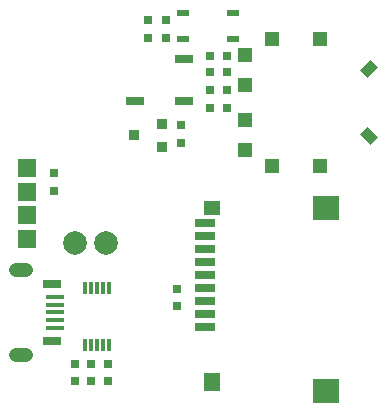
<source format=gbr>
%TF.GenerationSoftware,Altium Limited,Altium Designer,20.0.13 (296)*%
G04 Layer_Color=128*
%FSLAX25Y25*%
%MOIN*%
%TF.FileFunction,Paste,Bot*%
%TF.Part,Single*%
G01*
G75*
%TA.AperFunction,SMDPad,CuDef*%
%ADD10R,0.03150X0.02756*%
%ADD14R,0.02756X0.03150*%
%ADD23R,0.03740X0.03543*%
%ADD24R,0.03740X0.03543*%
%ADD43C,0.07874*%
%TA.AperFunction,ConnectorPad*%
%ADD44R,0.05118X0.04724*%
%ADD45R,0.04724X0.05118*%
G04:AMPARAMS|DCode=46|XSize=33.47mil|YSize=47.24mil|CornerRadius=0mil|HoleSize=0mil|Usage=FLASHONLY|Rotation=45.000|XOffset=0mil|YOffset=0mil|HoleType=Round|Shape=Rectangle|*
%AMROTATEDRECTD46*
4,1,4,0.00487,-0.02854,-0.02854,0.00487,-0.00487,0.02854,0.02854,-0.00487,0.00487,-0.02854,0.0*
%
%ADD46ROTATEDRECTD46*%

G04:AMPARAMS|DCode=47|XSize=33.47mil|YSize=47.24mil|CornerRadius=0mil|HoleSize=0mil|Usage=FLASHONLY|Rotation=315.000|XOffset=0mil|YOffset=0mil|HoleType=Round|Shape=Rectangle|*
%AMROTATEDRECTD47*
4,1,4,-0.02854,-0.00487,0.00487,0.02854,0.02854,0.00487,-0.00487,-0.02854,-0.02854,-0.00487,0.0*
%
%ADD47ROTATEDRECTD47*%

%TA.AperFunction,SMDPad,CuDef*%
%ADD48R,0.03937X0.02362*%
%ADD49R,0.05906X0.03150*%
%ADD50R,0.05906X0.05906*%
%ADD51R,0.07087X0.02756*%
%ADD52R,0.05512X0.04724*%
%ADD53R,0.08661X0.08000*%
%ADD54R,0.05512X0.06299*%
%TA.AperFunction,ConnectorPad*%
%ADD55R,0.05906X0.01575*%
%TA.AperFunction,SMDPad,CuDef*%
%ADD56R,0.01260X0.03937*%
%TA.AperFunction,NonConductor*%
%ADD89C,0.04724*%
%ADD90R,0.05906X0.03150*%
D10*
X53500Y129547D02*
D03*
Y135453D02*
D03*
X47500D02*
D03*
Y129547D02*
D03*
X58500Y94547D02*
D03*
Y100453D02*
D03*
X57000Y40047D02*
D03*
Y45953D02*
D03*
X34000Y20953D02*
D03*
Y15047D02*
D03*
X28500Y20953D02*
D03*
Y15047D02*
D03*
X23000D02*
D03*
Y20953D02*
D03*
X16000Y84453D02*
D03*
Y78547D02*
D03*
D14*
X68047Y123500D02*
D03*
X73953D02*
D03*
X68047Y118000D02*
D03*
X73953D02*
D03*
X68047Y106000D02*
D03*
X73953D02*
D03*
X68047Y112000D02*
D03*
X73953D02*
D03*
D23*
X52126Y100740D02*
D03*
X42874Y97000D02*
D03*
D24*
X52126Y93260D02*
D03*
D43*
X23000Y61000D02*
D03*
X33500D02*
D03*
D44*
X104882Y86740D02*
D03*
X88740D02*
D03*
Y129260D02*
D03*
X104882D02*
D03*
D45*
X79685Y92252D02*
D03*
Y102193D02*
D03*
Y113807D02*
D03*
Y123748D02*
D03*
D46*
X121135Y96865D02*
D03*
D47*
Y119135D02*
D03*
D48*
X75768Y129169D02*
D03*
Y137831D02*
D03*
X59232Y129169D02*
D03*
Y137831D02*
D03*
D49*
X59374Y108610D02*
D03*
X43200Y108600D02*
D03*
X59374Y122390D02*
D03*
D50*
X7071Y62472D02*
D03*
Y70346D02*
D03*
Y78220D02*
D03*
Y86094D02*
D03*
D51*
X66500Y54654D02*
D03*
Y67646D02*
D03*
Y63315D02*
D03*
Y58984D02*
D03*
Y50323D02*
D03*
Y45992D02*
D03*
Y41661D02*
D03*
Y37331D02*
D03*
Y33000D02*
D03*
D52*
X68968Y72764D02*
D03*
D53*
X106764Y72764D02*
D03*
Y11740D02*
D03*
D54*
X68968Y14890D02*
D03*
D55*
X16590Y43118D02*
D03*
X16591Y40559D02*
D03*
Y38000D02*
D03*
Y35441D02*
D03*
Y32882D02*
D03*
D56*
X26500Y46000D02*
D03*
X28468D02*
D03*
X30437D02*
D03*
X32405D02*
D03*
X34374D02*
D03*
Y27102D02*
D03*
X32405D02*
D03*
X30437D02*
D03*
X28468D02*
D03*
X26500D02*
D03*
D89*
X3598Y52272D02*
X6748D01*
X3598Y23728D02*
X6748D01*
D90*
X15606Y28453D02*
D03*
Y47547D02*
D03*
%TF.MD5,edd71b6264481b9edf349a10d5b82e30*%
M02*

</source>
